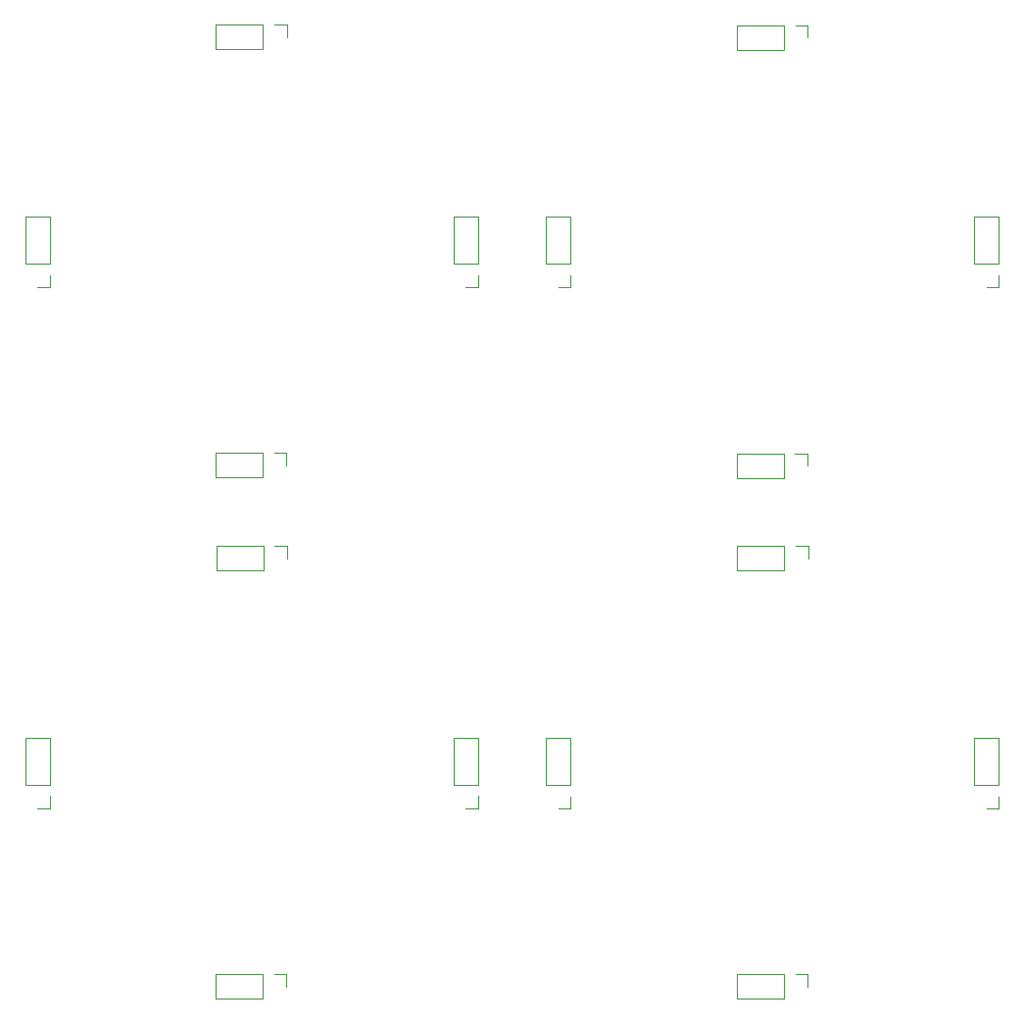
<source format=gbr>
%TF.GenerationSoftware,KiCad,Pcbnew,7.0.1*%
%TF.CreationDate,2023-09-10T14:18:25+09:00*%
%TF.ProjectId,block_socket,626c6f63-6b5f-4736-9f63-6b65742e6b69,rev?*%
%TF.SameCoordinates,Original*%
%TF.FileFunction,Legend,Top*%
%TF.FilePolarity,Positive*%
%FSLAX46Y46*%
G04 Gerber Fmt 4.6, Leading zero omitted, Abs format (unit mm)*
G04 Created by KiCad (PCBNEW 7.0.1) date 2023-09-10 14:18:25*
%MOMM*%
%LPD*%
G01*
G04 APERTURE LIST*
%ADD10C,0.120000*%
G04 APERTURE END LIST*
D10*
%TO.C,J402*%
X149310000Y-58930000D02*
X148250000Y-58930000D01*
X149310000Y-57870000D02*
X149310000Y-58930000D01*
X149310000Y-56870000D02*
X149310000Y-52810000D01*
X149310000Y-56870000D02*
X147190000Y-56870000D01*
X149310000Y-52810000D02*
X147190000Y-52810000D01*
X147190000Y-56870000D02*
X147190000Y-52810000D01*
%TO.C,J404*%
X112320000Y-103960000D02*
X111260000Y-103960000D01*
X112320000Y-102900000D02*
X112320000Y-103960000D01*
X112320000Y-101900000D02*
X112320000Y-97840000D01*
X112320000Y-101900000D02*
X110200000Y-101900000D01*
X112320000Y-97840000D02*
X110200000Y-97840000D01*
X110200000Y-101900000D02*
X110200000Y-97840000D01*
%TO.C,J402*%
X104300000Y-103940000D02*
X103240000Y-103940000D01*
X104300000Y-102880000D02*
X104300000Y-103940000D01*
X104300000Y-101880000D02*
X104300000Y-97820000D01*
X104300000Y-101880000D02*
X102180000Y-101880000D01*
X104300000Y-97820000D02*
X102180000Y-97820000D01*
X102180000Y-101880000D02*
X102180000Y-97820000D01*
%TO.C,J403*%
X87740000Y-73250000D02*
X87740000Y-74310000D01*
X86680000Y-73250000D02*
X87740000Y-73250000D01*
X85680000Y-73250000D02*
X81620000Y-73250000D01*
X85680000Y-73250000D02*
X85680000Y-75370000D01*
X81620000Y-73250000D02*
X81620000Y-75370000D01*
X85680000Y-75370000D02*
X81620000Y-75370000D01*
%TO.C,J401*%
X132810000Y-36260000D02*
X132810000Y-37320000D01*
X131750000Y-36260000D02*
X132810000Y-36260000D01*
X130750000Y-36260000D02*
X126690000Y-36260000D01*
X130750000Y-36260000D02*
X130750000Y-38380000D01*
X126690000Y-36260000D02*
X126690000Y-38380000D01*
X130750000Y-38380000D02*
X126690000Y-38380000D01*
X87800000Y-81270000D02*
X87800000Y-82330000D01*
X86740000Y-81270000D02*
X87800000Y-81270000D01*
X85740000Y-81270000D02*
X81680000Y-81270000D01*
X85740000Y-81270000D02*
X85740000Y-83390000D01*
X81680000Y-81270000D02*
X81680000Y-83390000D01*
X85740000Y-83390000D02*
X81680000Y-83390000D01*
%TO.C,J403*%
X132770000Y-118290000D02*
X132770000Y-119350000D01*
X131710000Y-118290000D02*
X132770000Y-118290000D01*
X130710000Y-118290000D02*
X126650000Y-118290000D01*
X130710000Y-118290000D02*
X130710000Y-120410000D01*
X126650000Y-118290000D02*
X126650000Y-120410000D01*
X130710000Y-120410000D02*
X126650000Y-120410000D01*
%TO.C,J404*%
X112310000Y-58930000D02*
X111250000Y-58930000D01*
X112310000Y-57870000D02*
X112310000Y-58930000D01*
X112310000Y-56870000D02*
X112310000Y-52810000D01*
X112310000Y-56870000D02*
X110190000Y-56870000D01*
X112310000Y-52810000D02*
X110190000Y-52810000D01*
X110190000Y-56870000D02*
X110190000Y-52810000D01*
%TO.C,J402*%
X104290000Y-58920000D02*
X103230000Y-58920000D01*
X104290000Y-57860000D02*
X104290000Y-58920000D01*
X104290000Y-56860000D02*
X104290000Y-52800000D01*
X104290000Y-56860000D02*
X102170000Y-56860000D01*
X104290000Y-52800000D02*
X102170000Y-52800000D01*
X102170000Y-56860000D02*
X102170000Y-52800000D01*
%TO.C,J404*%
X67300000Y-103940000D02*
X66240000Y-103940000D01*
X67300000Y-102880000D02*
X67300000Y-103940000D01*
X67300000Y-101880000D02*
X67300000Y-97820000D01*
X67300000Y-101880000D02*
X65180000Y-101880000D01*
X67300000Y-97820000D02*
X65180000Y-97820000D01*
X65180000Y-101880000D02*
X65180000Y-97820000D01*
%TO.C,J401*%
X87790000Y-36250000D02*
X87790000Y-37310000D01*
X86730000Y-36250000D02*
X87790000Y-36250000D01*
X85730000Y-36250000D02*
X81670000Y-36250000D01*
X85730000Y-36250000D02*
X85730000Y-38370000D01*
X81670000Y-36250000D02*
X81670000Y-38370000D01*
X85730000Y-38370000D02*
X81670000Y-38370000D01*
%TO.C,J403*%
X87750000Y-118270000D02*
X87750000Y-119330000D01*
X86690000Y-118270000D02*
X87750000Y-118270000D01*
X85690000Y-118270000D02*
X81630000Y-118270000D01*
X85690000Y-118270000D02*
X85690000Y-120390000D01*
X81630000Y-118270000D02*
X81630000Y-120390000D01*
X85690000Y-120390000D02*
X81630000Y-120390000D01*
X132760000Y-73260000D02*
X132760000Y-74320000D01*
X131700000Y-73260000D02*
X132760000Y-73260000D01*
X130700000Y-73260000D02*
X126640000Y-73260000D01*
X130700000Y-73260000D02*
X130700000Y-75380000D01*
X126640000Y-73260000D02*
X126640000Y-75380000D01*
X130700000Y-75380000D02*
X126640000Y-75380000D01*
%TO.C,J401*%
X132820000Y-81290000D02*
X132820000Y-82350000D01*
X131760000Y-81290000D02*
X132820000Y-81290000D01*
X130760000Y-81290000D02*
X126700000Y-81290000D01*
X130760000Y-81290000D02*
X130760000Y-83410000D01*
X126700000Y-81290000D02*
X126700000Y-83410000D01*
X130760000Y-83410000D02*
X126700000Y-83410000D01*
%TO.C,J402*%
X149320000Y-103960000D02*
X148260000Y-103960000D01*
X149320000Y-102900000D02*
X149320000Y-103960000D01*
X149320000Y-101900000D02*
X149320000Y-97840000D01*
X149320000Y-101900000D02*
X147200000Y-101900000D01*
X149320000Y-97840000D02*
X147200000Y-97840000D01*
X147200000Y-101900000D02*
X147200000Y-97840000D01*
%TO.C,J404*%
X67290000Y-58920000D02*
X66230000Y-58920000D01*
X67290000Y-57860000D02*
X67290000Y-58920000D01*
X67290000Y-56860000D02*
X67290000Y-52800000D01*
X67290000Y-56860000D02*
X65170000Y-56860000D01*
X67290000Y-52800000D02*
X65170000Y-52800000D01*
X65170000Y-56860000D02*
X65170000Y-52800000D01*
%TD*%
M02*

</source>
